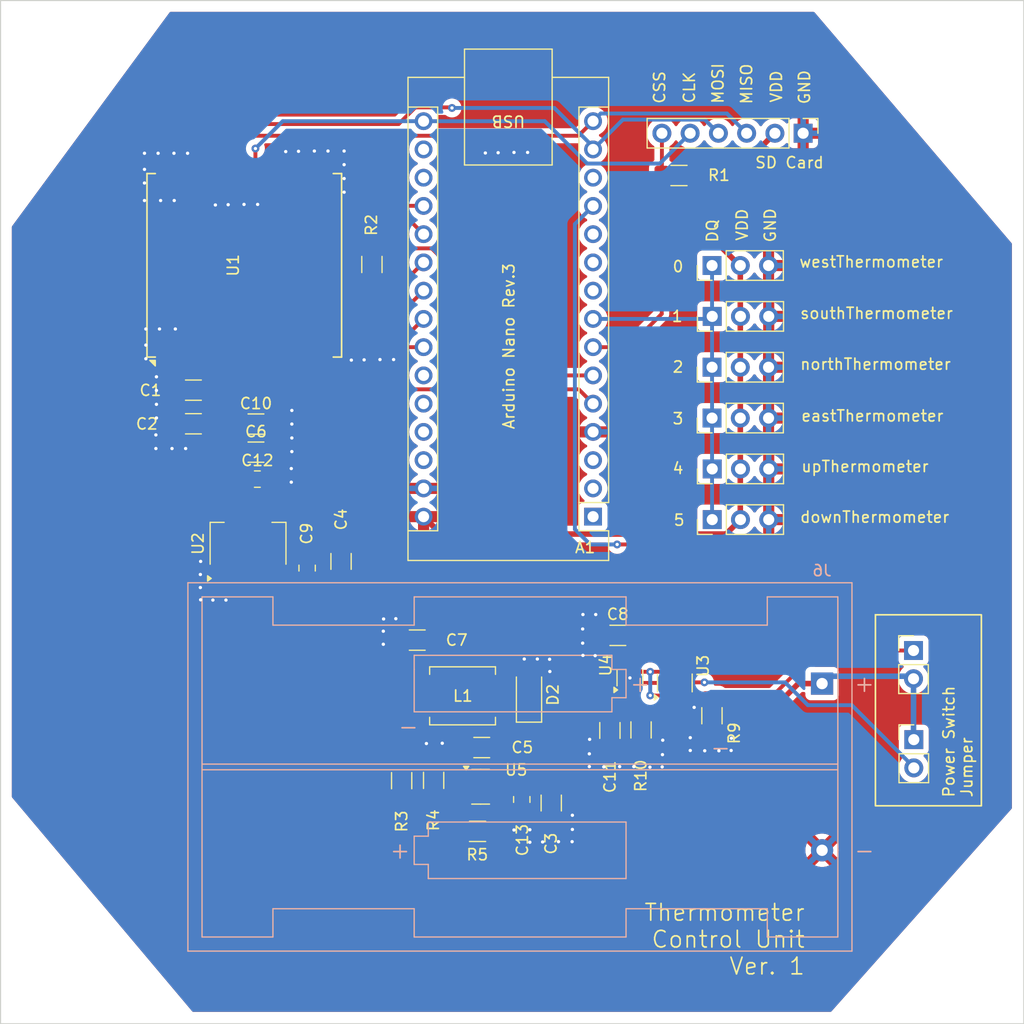
<source format=kicad_pcb>
(kicad_pcb (version 20240108) (generator "pcbnew") (generator_version "8.0")
  (layers (0 "F.Cu" signal) (31 "B.Cu" signal) (34 "B.Paste" user) (35 "F.Paste" user) (36 "B.SilkS" user "B.Silkscreen") (37 "F.SilkS" user "F.Silkscreen") (38 "B.Mask" user) (39 "F.Mask" user) (44 "Edge.Cuts" user))
  (net 0 "")
  (net 1 "/MOSI")
  (net 2 "power_done")
  (net 3 "/CSS_SD")
  (net 6 "/LORA_DIO0")
  (net 10 "/LORA_DIO3")
  (net 11 "/LORA_DIO1")
  (net 12 "/MISO")
  (net 15 "/SCK")
  (net 16 "/RESET")
  (net 19 "/LORA_DIO4")
  (net 20 "/LORA_DIO5")
  (net 21 "/VDD_5V")
  (net 22 "/DQ")
  (net 23 "/LORA_DIO2")
  (net 25 "/CSS_LORA")
  (net 27 "GND")
  (net 30 "/VDD_3V3")
  (net 31 "Net-(U5-CB)")
  (net 32 "Net-(D2-K)")
  (net 33 "Net-(U5-FB)")
  (net 34 "Net-(U5-~{SHDN})")
  (net 35 "Net-(JP5-A)")
  (net 36 "Net-(JP6-B)")
  (net 37 "VBAT")
  (net 39 "Net-(J6-Pin_1)")
  (footprint "Resistor_SMD:R_1206_3216Metric_Pad1.30x1.75mm_HandSolder" (layer "F.Cu") (at 113.924 127.5895 90)
    (property "Reference" "R3")
    (property "Value" "54.9k")
  )
  (footprint "Capacitor_SMD:C_1206_3216Metric_Pad1.33x1.80mm_HandSolder" (layer "F.Cu") (at 127.374 129.602 -90)
    (property "Reference" "C3")
    (property "Value" "2.2uF/25V")
  )
  (footprint "Connector_PinHeader_2.54mm:PinHeader_1x03_P2.54mm_Vertical" (layer "F.Cu") (at 141.849 104.117 90)
    (property "Reference" "J9" (hide yes))
    (property "Value" "DS18B20" (hide yes))
  )
  (footprint "Capacitor_SMD:C_1206_3216Metric_Pad1.33x1.80mm_HandSolder" (layer "F.Cu") (at 132.649 123.077 -90)
    (property "Reference" "C11")
    (property "Value" "0.1uF")
  )
  (footprint "Capacitor_SMD:C_1206_3216Metric_Pad1.33x1.80mm_HandSolder" (layer "F.Cu") (at 121.124 124.6145)
    (property "Reference" "C5")
    (property "Value" "100nF/25V")
  )
  (footprint "Resistor_SMD:R_1206_3216Metric_Pad1.30x1.75mm_HandSolder" (layer "F.Cu") (at 120.749 132.152)
    (property "Reference" "R5")
    (property "Value" "100k")
  )
  (footprint "Connector_PinHeader_2.54mm:PinHeader_1x03_P2.54mm_Vertical" (layer "F.Cu") (at 141.849 85.844 90)
    (property "Reference" "J7" (hide yes))
    (property "Value" "DS18B20" (hide yes))
  )
  (footprint "Diode_SMD:D_1206_3216Metric_Pad1.42x1.75mm_HandSolder" (layer "F.Cu") (at 125.374 119.8695 90)
    (property "Reference" "D2")
    (property "Value" "D_Zener_Filled")
  )
  (footprint "Connector_PinHeader_2.54mm:PinHeader_1x02_P2.54mm_Vertical" (layer "F.Cu") (at 159.974 123.902)
    (property "Reference" "JP6" (hide yes))
    (property "Value" "Jumper_2_Open" (hide yes))
  )
  (footprint "Package_TO_SOT_SMD:SOT-23-6" (layer "F.Cu") (at 138.4865 118.802 90)
    (property "Reference" "U3")
    (property "Value" "TPL5111")
  )
  (footprint "Connector_PinHeader_2.54mm:PinHeader_1x03_P2.54mm_Vertical" (layer "F.Cu") (at 141.834 90.416 90)
    (property "Reference" "J5" (hide yes))
    (property "Value" "DS18B20" (hide yes))
  )
  (footprint "MountingHole:MountingHole_2.2mm_M2" (layer "F.Cu") (at 80.9055 67.098 180)
    (property "Reference" "REF**" (hide yes))
    (property "Value" "MountingHole_2.2mm_M2" (hide yes))
  )
  (footprint "Resistor_SMD:R_1206_3216Metric_Pad1.30x1.75mm_HandSolder" (layer "F.Cu") (at 138.859 73.177)
    (property "Reference" "R1")
    (property "Value" "1k/16V")
  )
  (footprint "Package_TO_SOT_SMD:SOT-223-3_TabPin2" (layer "F.Cu") (at 100.1115 106.277 90)
    (property "Reference" "U2")
    (property "Value" "AZ1117-3.3")
  )
  (footprint "Capacitor_SMD:C_0805_2012Metric_Pad1.18x1.45mm_HandSolder" (layer "F.Cu") (at 105.424 108.477 90)
    (property "Reference" "C9")
    (property "Value" "1uF")
  )
  (footprint "Resistor_SMD:R_1206_3216Metric_Pad1.30x1.75mm_HandSolder" (layer "F.Cu") (at 116.799 127.5645 -90)
    (property "Reference" "R4")
    (property "Value" "10k")
  )
  (footprint "Connector_PinHeader_2.54mm:PinHeader_1x02_P2.54mm_Vertical" (layer "F.Cu") (at 159.949 115.887)
    (property "Reference" "JP5" (hide yes))
    (property "Value" "Jumper_2_Open" (hide yes))
  )
  (footprint "Connector_PinHeader_2.54mm:PinHeader_1x03_P2.54mm_Vertical" (layer "F.Cu") (at 141.834 94.988 90)
    (property "Reference" "J4" (hide yes))
    (property "Value" "DS18B20" (hide yes))
  )
  (footprint "MountingHole:MountingHole_2.2mm_M2" (layer "F.Cu") (at 166.7575 67.098 180)
    (property "Reference" "REF**" (hide yes))
    (property "Value" "MountingHole_2.2mm_M2" (hide yes))
  )
  (footprint "Connector_PinHeader_2.54mm:PinHeader_1x03_P2.54mm_Vertical" (layer "F.Cu") (at 141.834 81.272 90)
    (property "Reference" "J8" (hide yes))
    (property "Value" "DS18B20" (hide yes))
  )
  (footprint "Connector_PinHeader_2.54mm:PinHeader_1x03_P2.54mm_Vertical" (layer "F.Cu") (at 141.849 99.56 90)
    (property "Reference" "J3" (hide yes))
    (property "Value" "DS18B20" (hide yes))
  )
  (footprint "Capacitor_SMD:C_1206_3216Metric_Pad1.33x1.80mm_HandSolder" (layer "F.Cu") (at 100.824 95.527)
    (property "Reference" "C10")
    (property "Value" "22uF")
  )
  (footprint "Capacitor_SMD:C_0805_2012Metric_Pad1.18x1.45mm_HandSolder" (layer "F.Cu") (at 124.724 129.282 -90)
    (property "Reference" "C13")
    (property "Value" "1uF/25V")
  )
  (footprint "Package_TO_SOT_SMD:SOT-23-6" (layer "F.Cu") (at 121.024 128.1395)
    (property "Reference" "U5")
    (property "Value" "LV2862YDDC")
  )
  (footprint "Capacitor_SMD:C_0805_2012Metric_Pad1.18x1.45mm_HandSolder" (layer "F.Cu") (at 100.949 100.477)
    (property "Reference" "C12")
    (property "Value" "1uF")
  )
  (footprint "Resistor_SMD:R_1206_3216Metric_Pad1.30x1.75mm_HandSolder" (layer "F.Cu") (at 135.449 123.027 -90)
    (property "Reference" "R10")
    (property "Value" "100k")
  )
  (footprint "Module:Arduino_Nano" (layer "F.Cu") (at 131.134 103.852 180)
    (property "Reference" "A1")
    (property "Value" "Arduino_Nano_v2.x")
  )
  (footprint "Connector_PinHeader_2.54mm:PinHeader_1x06_P2.54mm_Vertical" (layer "F.Cu") (at 150.024 69.377 -90)
    (property "Reference" "J1" (hide yes))
    (property "Value" "microSD Reader" (hide yes))
  )
  (footprint "Package_TO_SOT_SMD:SOT-363_SC-70-6" (layer "F.Cu") (at 134.449 118.352 90)
    (property "Reference" "U4")
    (property "Value" "SiP32431DR3")
  )
  (footprint "Resistor_SMD:R_1206_3216Metric_Pad1.30x1.75mm_HandSolder" (layer "F.Cu") (at 111.249 81.177 90)
    (property "Reference" "R2")
    (property "Value" "1k/16V")
  )
  (footprint "Capacitor_SMD:C_1206_3216Metric_Pad1.33x1.80mm_HandSolder" (layer "F.Cu") (at 133.3615 114.527)
    (property "Reference" "C8")
    (property "Value" "1uF")
  )
  (footprint "Resistor_SMD:R_1206_3216Metric_Pad1.30x1.75mm_HandSolder" (layer "F.Cu") (at 141.824 121.752 90)
    (property "Reference" "R9")
    (property "Value" "57k")
  )
  (footprint "Inductor_SMD:L_Murata_LQH55DN_5.7x5.0mm" (layer "F.Cu") (at 119.399 119.9645 180)
    (property "Reference" "L1")
    (property "Value" "22uH")
  )
  (footprint "MountingHole:MountingHole_2.2mm_M2" (layer "F.Cu") (at 80.9055 140.25 180)
    (property "Reference" "REF**" (hide yes))
    (property "Value" "MountingHole_2.2mm_M2" (hide yes))
  )
  (footprint "Capacitor_SMD:C_1206_3216Metric_Pad1.33x1.80mm_HandSolder" (layer "F.Cu") (at 95.199 92.477)
    (property "Reference" "C1")
    (property "Value" "0.1uF/16V")
  )
  (footprint "Capacitor_SMD:C_1206_3216Metric_Pad1.33x1.80mm_HandSolder" (layer "F.Cu") (at 100.824 98.052)
    (property "Reference" "C6")
    (property "Value" "10uF")
  )
  (footprint "Capacitor_SMD:C_1206_3216Metric_Pad1.33x1.80mm_HandSolder" (layer "F.Cu") (at 95.199 95.502)
    (property "Reference" "C2")
    (property "Value" "1uF/16V")
  )
  (footprint "Capacitor_SMD:C_1206_3216Metric_Pad1.33x1.80mm_HandSolder" (layer "F.Cu") (at 115.324 114.952 180)
    (property "Reference" "C7")
    (property "Value" "10uF/25V")
  )
  (footprint "Capacitor_SMD:C_1206_3216Metric_Pad1.33x1.80mm_HandSolder" (layer "F.Cu") (at 108.474 107.877 90)
    (property "Reference" "C4")
    (property "Value" "10uF")
  )
  (footprint "MountingHole:MountingHole_2.2mm_M2" (layer "F.Cu") (at 166.7575 140.25 180)
    (property "Reference" "REF**" (hide yes))
    (property "Value" "MountingHole_2.2mm_M2" (hide yes))
  )
  (footprint "RF_Module:Ai-Thinker-Ra-01-LoRa" (layer "F.Cu") (at 99.774 81.252 90)
    (property "Reference" "U1")
    (property "Value" "Ai-Thinker-Ra-02")
  )
  (footprint "Battery:BatteryHolder_Keystone_2462_2xAA" (layer "B.Cu") (at 151.724 118.862 180)
    (property "Reference" "J6")
    (property "Value" "Battery")
  )
  (gr_rect (start 156.524 112.677) (end 166.049 129.852) (stroke (width 0.15)) (fill none) (layer "F.SilkS"))
  (gr_rect (start 77.8575 57.446) (end 169.8575 149.446) (stroke (width 0.1)) (fill none) (layer "Edge.Cuts"))
  (gr_text "VDD" (at 145.124 79.127 90) (layer "F.SilkS") (effects (font (size 1 1)) (justify left bottom)))
  (gr_text "SD Card" (at 145.624 72.602 0) (layer "F.SilkS") (effects (font (size 1 1)) (justify left bottom)))
  (gr_text "DQ" (at 142.449 79.277 90) (layer "F.SilkS") (effects (font (size 1 1)) (justify left bottom)))
  (gr_text "5" (at 138.299 104.752 0) (layer "F.SilkS") (effects (font (size 1 1)) (justify left bottom)))
  (gr_text "Thermometer\nControl Unit\nVer. 1" (at 150.274 145.152 0) (layer "F.SilkS") (effects (font (size 1.5 1.5)) (justify right bottom)))
  (gr_text "0" (at 138.199 81.952 0) (layer "F.SilkS") (effects (font (size 1 1)) (justify left bottom)))
  (gr_text "VDD" (at 148.199 66.702 90) (layer "F.SilkS") (effects (font (size 1 1)) (justify left bottom)))
  (gr_text "westThermometer" (at 149.599 81.527 0) (layer "F.SilkS") (effects (font (size 1 1)) (justify left bottom)))
  (gr_text "GND" (at 150.724 66.852 90) (layer "F.SilkS") (effects (font (size 1 1)) (justify left bottom)))
  (gr_text "3" (at 138.199 95.627 0) (layer "F.SilkS") (effects (font (size 1 1)) (justify left bottom)))
  (gr_text "upThermometer" (at 149.774 99.927 0) (layer "F.SilkS") (effects (font (size 1 1)) (justify left bottom)))
  (gr_text "4" (at 138.199 100.102 0) (layer "F.SilkS") (effects (font (size 1 1)) (justify left bottom)))
  (gr_text "eastThermometer" (at 149.774 95.377 0) (layer "F.SilkS") (effects (font (size 1 1)) (justify left bottom)))
  (gr_text "GND" (at 147.649 79.277 90) (layer "F.SilkS") (effects (font (size 1 1)) (justify left bottom)))
  (gr_text "southThermometer" (at 149.674 86.152 0) (layer "F.SilkS") (effects (font (size 1 1)) (justify left bottom)))
  (gr_text "CLK" (at 140.374 66.777 90) (layer "F.SilkS") (effects (font (size 1 1)) (justify left bottom)))
  (gr_text "northThermometer" (at 149.674 90.727 0) (layer "F.SilkS") (effects (font (size 1 1)) (justify left bottom)))
  (gr_text "1" (at 138.124 86.427 0) (layer "F.SilkS") (effects (font (size 1 1)) (justify left bottom)))
  (gr_text "2" (at 138.199 90.977 0) (layer "F.SilkS") (effects (font (size 1 1)) (justify left bottom)))
  (gr_text "Arduino Nano Rev.3" (at 124.149 96.077 90) (layer "F.SilkS") (effects (font (size 1 1)) (justify left bottom)))
  (gr_text "MISO" (at 145.524 66.852 90) (layer "F.SilkS") (effects (font (size 1 1)) (justify left bottom)))
  (gr_text "downThermometer" (at 149.674 104.477 0) (layer "F.SilkS") (effects (font (size 1 1)) (justify left bottom)))
  (gr_text "MOSI" (at 142.949 66.802 90) (layer "F.SilkS") (effects (font (size 1 1)) (justify left bottom)))
  (gr_text "CSS" (at 137.699 66.802 90) (layer "F.SilkS") (effects (font (size 1 1)) (justify left bottom)))
  (gr_text "Power Switch\nJumper" (at 165.324 129.177 90) (layer "F.SilkS") (effects (font (size 1 1)) (justify left bottom)))
  (segment (start 118.399 67.052) (end 115.149 67.052) (width 0.35) (layer "F.Cu") (net 1))
  (segment (start 115.149 67.052) (end 113.649 68.552) (width 0.35) (layer "F.Cu") (net 1))
  (segment (start 97.224 72.802) (end 96.774 73.252) (width 0.35) (layer "F.Cu") (net 1))
  (segment (start 118.449 67.102) (end 118.399 67.052) (width 0.35) (layer "F.Cu") (net 1))
  (segment (start 99.224 68.552) (end 97.224 70.552) (width 0.35) (layer "F.Cu") (net 1))
  (segment (start 113.649 68.552) (end 99.224 68.552) (width 0.35) (layer "F.Cu") (net 1))
  (segment (start 97.224 70.552) (end 97.224 72.802) (width 0.35) (layer "F.Cu") (net 1))
  (via (at 118.449 67.102) (size 0.7) (drill 0.3) (layers "F.Cu" "B.Cu") (net 1))
  (segment (start 127.649 67.102) (end 131.134 70.587) (width 0.35) (layer "B.Cu") (net 1))
  (segment (start 141.179 68.152) (end 133.814 68.152) (width 0.35) (layer "B.Cu") (net 1))
  (segment (start 118.449 67.102) (end 127.649 67.102) (width 0.35) (layer "B.Cu") (net 1))
  (segment (start 131.134 70.587) (end 131.134 70.832) (width 0.35) (layer "B.Cu") (net 1))
  (segment (start 133.814 68.152) (end 131.134 70.832) (width 0.35) (layer "B.Cu") (net 1))
  (segment (start 142.404 69.377) (end 141.179 68.152) (width 0.35) (layer "B.Cu") (net 1))
  (segment (start 137.649 106.352) (end 139.4365 108.1395) (width 0.35) (layer "F.Cu") (net 2))
  (segment (start 133.299 106.352) (end 137.649 106.352) (width 0.35) (layer "F.Cu") (net 2))
  (segment (start 139.4365 108.1395) (end 139.4365 117.6645) (width 0.35) (layer "F.Cu") (net 2))
  (via (at 133.299 106.352) (size 0.7) (drill 0.3) (layers "F.Cu" "B.Cu") (net 2))
  (segment (start 131.134 75.912) (end 129.499 77.547) (width 0.35) (layer "B.Cu") (net 2))
  (segment (start 130.874 106.352) (end 133.299 106.352) (width 0.35) (layer "B.Cu") (net 2))
  (segment (start 129.499 104.977) (end 130.874 106.352) (width 0.35) (layer "B.Cu") (net 2))
  (segment (start 129.499 77.547) (end 129.499 104.977) (width 0.35) (layer "B.Cu") (net 2))
  (segment (start 137.309 85.617) (end 137.309 73.177) (width 0.35) (layer "F.Cu") (net 3))
  (segment (start 137.324 73.162) (end 137.309 73.177) (width 0.35) (layer "F.Cu") (net 3))
  (segment (start 131.134 88.612) (end 134.314 88.612) (width 0.35) (layer "F.Cu") (net 3))
  (segment (start 134.314 88.612) (end 137.309 85.617) (width 0.35) (layer "F.Cu") (net 3))
  (segment (start 137.324 69.377) (end 137.324 73.162) (width 0.35) (layer "F.Cu") (net 3))
  (segment (start 104.474 85.227) (end 100.774 88.927) (width 0.35) (layer "F.Cu") (net 6))
  (segment (start 112.499 85.227) (end 104.474 85.227) (width 0.35) (layer "F.Cu") (net 6))
  (segment (start 114.424 83.302) (end 112.499 85.227) (width 0.35) (layer "F.Cu") (net 6))
  (segment (start 100.774 88.927) (end 100.774 89.252) (width 0.35) (layer "F.Cu") (net 6))
  (segment (start 114.424 82.462) (end 114.424 83.302) (width 0.35) (layer "F.Cu") (net 6))
  (segment (start 115.894 80.992) (end 114.424 82.462) (width 0.35) (layer "F.Cu") (net 6))
  (segment (start 115.894 88.612) (end 107.414 88.612) (width 0.35) (layer "F.Cu") (net 10))
  (segment (start 107.414 88.612) (end 106.774 89.252) (width 0.35) (layer "F.Cu") (net 10))
  (segment (start 115.894 83.532) (end 113.149 86.277) (width 0.35) (layer "F.Cu") (net 11))
  (segment (start 102.774 88.927) (end 102.774 89.252) (width 0.35) (layer "F.Cu") (net 11))
  (segment (start 113.149 86.277) (end 105.424 86.277) (width 0.35) (layer "F.Cu") (net 11))
  (segment (start 105.424 86.277) (end 102.774 88.927) (width 0.35) (layer "F.Cu") (net 11))
  (segment (start 99.599 69.602) (end 98.249 70.952) (width 0.35) (layer "F.Cu") (net 12))
  (segment (start 98.249 70.952) (end 98.249 72.727) (width 0.35) (layer "F.Cu") (net 12))
  (segment (start 131.134 68.292) (end 129.824 69.602) (width 0.35) (layer "F.Cu") (net 12))
  (segment (start 129.824 69.602) (end 99.599 69.602) (width 0.35) (layer "F.Cu") (net 12))
  (segment (start 98.249 72.727) (end 98.774 73.252) (width 0.35) (layer "F.Cu") (net 12))
  (segment (start 131.824 67.602) (end 131.134 68.292) (width 0.35) (layer "B.Cu") (net 12))
  (segment (start 144.944 69.377) (end 143.169 67.602) (width 0.35) (layer "B.Cu") (net 12))
  (segment (start 143.169 67.602) (end 131.824 67.602) (width 0.35) (layer "B.Cu") (net 12))
  (segment (start 100.774 70.752) (end 100.774 73.252) (width 0.35) (layer "F.Cu") (net 15))
  (via (at 100.774 70.752) (size 0.7) (drill 0.3) (layers "F.Cu" "B.Cu") (net 15))
  (segment (start 137.139 72.102) (end 130.599 72.102) (width 0.35) (layer "B.Cu") (net 15))
  (segment (start 139.864 69.377) (end 137.139 72.102) (width 0.35) (layer "B.Cu") (net 15))
  (segment (start 130.599 72.102) (end 126.789 68.292) (width 0.35) (layer "B.Cu") (net 15))
  (segment (start 115.894 68.292) (end 103.234 68.292) (width 0.35) (layer "B.Cu") (net 15))
  (segment (start 103.234 68.292) (end 100.774 70.752) (width 0.35) (layer "B.Cu") (net 15))
  (segment (start 126.789 68.292) (end 115.894 68.292) (width 0.35) (layer "B.Cu") (net 15))
  (segment (start 98.774 89.252) (end 99.299 89.777) (width 0.35) (layer "F.Cu") (net 16))
  (segment (start 129.844 92.402) (end 131.134 93.692) (width 0.35) (layer "F.Cu") (net 16))
  (segment (start 99.299 91.327) (end 100.374 92.402) (width 0.35) (layer "F.Cu") (net 16))
  (segment (start 100.374 92.402) (end 129.844 92.402) (width 0.35) (layer "F.Cu") (net 16))
  (segment (start 99.299 89.777) (end 99.299 91.327) (width 0.35) (layer "F.Cu") (net 16))
  (segment (start 104.724 73.952) (end 104.724 75.127) (width 0.35) (layer "F.Cu") (net 19))
  (segment (start 104.724 75.127) (end 105.499 75.902) (width 0.35) (layer "F.Cu") (net 19))
  (segment (start 115.884 75.902) (end 115.894 75.912) (width 0.35) (layer "F.Cu") (net 19))
  (segment (start 105.499 75.902) (end 115.884 75.902) (width 0.35) (layer "F.Cu") (net 19))
  (segment (start 103.224 73.952) (end 103.224 75.152) (width 0.35) (layer "F.Cu") (net 20))
  (segment (start 114.269 76.827) (end 115.894 78.452) (width 0.35) (layer "F.Cu") (net 20))
  (segment (start 104.899 76.827) (end 114.269 76.827) (width 0.35) (layer "F.Cu") (net 20))
  (segment (start 115.894 78.482) (end 115.894 78.452) (width 0.35) (layer "F.Cu") (net 20))
  (segment (start 103.224 75.152) (end 104.899 76.827) (width 0.35) (layer "F.Cu") (net 20))
  (segment (start 102.724 73.952) (end 103.224 73.952) (width 0.35) (layer "F.Cu") (net 20))
  (segment (start 140.674 73.442) (end 140.409 73.177) (width 0.5) (layer "F.Cu") (net 21))
  (segment (start 144.319 81.272) (end 140.674 77.627) (width 0.5) (layer "F.Cu") (net 21))
  (segment (start 142.324 70.952) (end 140.409 72.867) (width 0.5) (layer "F.Cu") (net 21))
  (segment (start 144.374 81.272) (end 144.374 104.102) (width 0.5) (layer "F.Cu") (net 21))
  (segment (start 144.374 85.829) (end 144.389 85.844) (width 0.35) (layer "F.Cu") (net 21))
  (segment (start 144.374 99.545) (end 144.389 99.56) (width 0.35) (layer "F.Cu") (net 21))
  (segment (start 116.8865 104.9895) (end 116.8865 114.952) (width 0.5) (layer "F.Cu") (net 21))
  (segment (start 145.909 70.952) (end 142.324 70.952) (width 0.5) (layer "F.Cu") (net 21))
  (segment (start 147.484 69.377) (end 145.909 70.952) (width 0.5) (layer "F.Cu") (net 21))
  (segment (start 117.459 105.417) (end 115.894 103.852) (width 0.5) (layer "F.Cu") (net 21))
  (segment (start 144.374 104.102) (end 144.389 104.117) (width 0.5) (layer "F.Cu") (net 21))
  (segment (start 115.894 103.852) (end 116.959 104.917) (width 0.5) (layer "F.Cu") (net 21))
  (segment (start 144.389 90.401) (end 144.374 90.416) (width 0.35) (layer "F.Cu") (net 21))
  (segment (start 143.089 105.417) (end 117.459 105.417) (width 0.5) (layer "F.Cu") (net 21))
  (segment (start 140.409 73.092) (end 140.409 73.177) (width 0.35) (layer "F.Cu") (net 21))
  (segment (start 144.389 104.117) (end 143.089 105.417) (width 0.5) (layer "F.Cu") (net 21))
  (segment (start 144.374 81.272) (end 144.319 81.272) (width 0.5) (layer "F.Cu") (net 21))
  (segment (start 116.959 104.917) (end 116.8865 104.9895) (width 0.5) (layer "F.Cu") (net 21))
  (segment (start 140.674 77.627) (end 140.674 73.442) (width 0.5) (layer "F.Cu") (net 21))
  (segment (start 140.409 72.867) (end 140.409 73.177) (width 0.5) (layer "F.Cu") (net 21))
  (segment (start 144.374 94.988) (end 144.374 95.496) (width 0.35) (layer "B.Cu") (net 21))
  (segment (start 144.374 95.496) (end 144.389 95.511) (width 0.35) (layer "B.Cu") (net 21))
  (segment (start 144.374 85.829) (end 144.389 85.844) (width 0.35) (layer "B.Cu") (net 21))
  (segment (start 144.389 90.401) (end 144.374 90.416) (width 0.35) (layer "B.Cu") (net 21))
  (segment (start 141.834 85.829) (end 141.849 85.844) (width 0.35) (layer "F.Cu") (net 22))
  (segment (start 141.849 90.401) (end 141.834 90.416) (width 0.35) (layer "F.Cu") (net 22))
  (segment (start 141.834 99.545) (end 141.849 99.56) (width 0.35) (layer "F.Cu") (net 22))
  (segment (start 131.134 86.072) (end 141.621 86.072) (width 0.35) (layer "B.Cu") (net 22))
  (segment (start 141.834 104.102) (end 141.849 104.117) (width 0.35) (layer "B.Cu") (net 22))
  (segment (start 141.621 86.072) (end 141.849 85.844) (width 0.35) (layer "B.Cu") (net 22))
  (segment (start 141.834 81.272) (end 141.834 104.102) (width 0.35) (layer "B.Cu") (net 22))
  (segment (start 114.414 87.552) (end 106.124 87.552) (width 0.35) (layer "F.Cu") (net 23))
  (segment (start 104.774 88.902) (end 104.774 89.252) (width 0.35) (layer "F.Cu") (net 23))
  (segment (start 106.124 87.552) (end 104.774 88.902) (width 0.35) (layer "F.Cu") (net 23))
  (segment (start 115.894 86.072) (end 114.414 87.552) (width 0.35) (layer "F.Cu") (net 23))
  (segment (start 94.749 73.227) (end 94.774 73.252) (width 0.35) (layer "F.Cu") (net 25))
  (segment (start 117.374 80.477) (end 117.374 89.477) (width 0.35) (layer "F.Cu") (net 25))
  (segment (start 97.549 79.727) (end 116.624 79.727) (width 0.35) (layer "F.Cu") (net 25))
  (segment (start 116.624 79.727) (end 117.374 80.477) (width 0.35) (layer "F.Cu") (net 25))
  (segment (start 119.049 91.152) (end 131.134 91.152) (width 0.35) (layer "F.Cu") (net 25))
  (segment (start 94.774 73.252) (end 95.249 73.727) (width 0.35) (layer "F.Cu") (net 25))
  (segment (start 95.249 73.727) (end 95.249 77.427) (width 0.35) (layer "F.Cu") (net 25))
  (segment (start 117.374 89.477) (end 119.049 91.152) (width 0.35) (layer "F.Cu") (net 25))
  (segment (start 95.249 77.427) (end 97.549 79.727) (width 0.35) (layer "F.Cu") (net 25))
  (segment (start 134.449 119.302) (end 134.449 118.352) (width 0.35) (layer "F.Cu") (net 27))
  (segment (start 138.4865 120.7645) (end 138.4865 119.9395) (width 0.5) (layer "F.Cu") (net 27))
  (segment (start 140.224 121.002) (end 140.174 121.052) (width 0.5) (layer "F.Cu") (net 27))
  (segment (start 140.174 121.052) (end 138.774 121.052) (width 0.5) (layer "F.Cu") (net 27))
  (segment (start 119.8865 128.1395) (end 118.949 128.1395) (width 0.5) (layer "F.Cu") (net 27))
  (segment (start 138.774 121.052) (end 138.4865 120.7645) (width 0.5) (layer "F.Cu") (net 27))
  (segment (start 118.949 128.1395) (end 116.824 126.0145) (width 0.5) (layer "F.Cu") (net 27))
  (segment (start 116.824 126.0145) (end 116.799 126.0145) (width 0.5) (layer "F.Cu") (net 27))
  (segment (start 134.449 118.352) (end 134.449 117.402) (width 0.35) (layer "F.Cu") (net 27))
  (via (at 137.349 126.352) (size 0.7) (drill 0.3) (layers "F.Cu" "B.Cu") (net 27))
  (via (at 133.524 126.327) (size 0.7) (drill 0.3) (layers "F.Cu" "B.Cu") (net 27))
  (via (at 109.399 89.777) (size 0.7) (drill 0.3) (layers "F.Cu" "B.Cu") (net 27))
  (via (at 141.174 124.902) (size 0.7) (drill 0.3) (layers "F.Cu" "B.Cu") (net 27))
  (via (at 113.199 89.727) (size 0.7) (drill 0.3) (layers "F.Cu" "B.Cu") (net 27))
  (via (at 112.274 115.327) (size 0.7) (drill 0.3) (layers "F.Cu" "B.Cu") (net 27))
  (via (at 113.399 113.027) (size 0.7) (drill 0.3) (layers "F.Cu" "B.Cu") (net 27))
  (via (at 125.449 133.127) (size 0.7) (drill 0.3) (layers "F.Cu" "B.Cu") (net 27))
  (via (at 104.049 96.777) (size 0.7) (drill 0.3) (layers "F.Cu" "B.Cu") (net 27))
  (via (at 110.549 89.752) (size 0.7) (drill 0.3) (layers "F.Cu" "B.Cu") (net 27))
  (via (at 131.324 116.352) (size 0.7) (drill 0.3) (layers "F.Cu" "B.Cu") (net 27))
  (via (at 130.199 115.227) (size 0.7) (drill 0.3) (layers "F.Cu" "B.Cu") (net 27))
  (via (at 130.199 113.952) (size 0.7) (drill 0.3) (layers "F.Cu" "B.Cu") (net 27))
  (via (at 128.024 133.077) (size 0.7) (drill 0.3) (layers "F.Cu" "B.Cu") (net 27))
  (via (at 127.249 117.777) (size 0.7) (drill 0.3) (layers "F.Cu" "B.Cu") (net 27))
  (via (at 92.249 75.427) (size 0.7) (drill 0.3) (layers "F.Cu" "B.Cu") (net 27))
  (via (at 126.599 133.102) (size 0.7) (drill 0.3) (layers "F.Cu" "B.Cu") (net 27))
  (via (at 98.324 75.802) (size 0.7) (drill 0.3) (layers "F.Cu" "B.Cu") (net 27))
  (via (at 95.824 109.052) (size 0.7) (drill 0.3) (layers "F.Cu" "B.Cu") (net 27))
  (via (at 106.074 70.977) (size 0.7) (drill 0.3) (layers "F.Cu" "B.Cu") (net 27))
  (via (at 132.099 126.352) (size 0.7) (drill 0.3) (layers "F.Cu" "B.Cu") (net 27))
  (via (at 99.749 75.777) (size 0.7) (drill 0.3) (layers "F.Cu" "B.Cu") (net 27))
  (via (at 130.824 123.877) (size 0.7) (drill 0.3) (layers "F.Cu" "B.Cu") (net 27))
  (via (at 124.949 116.652) (size 0.7) (drill 0.3) (layers "F.Cu" "B.Cu") (net 27))
  (via (at 104.049 94.302) (size 0.7) (drill 0.3) (layers "F.Cu" "B.Cu") (net 27))
  (via (at 93.574 86.977) (size 0.7) (drill 0.3) (layers "F.Cu" "B.Cu") (net 27))
  (via (at 130.224 112.652) (size 0.7) (drill 0.3) (layers "F.Cu" "B.Cu") (net 27))
  (via (at 143.549 124.877) (size 0.7) (drill 0.3) (layers "F.Cu" "B.Cu") (net 27))
  (via (at 97.174 75.827) (size 0.7) (drill 0.3) (layers "F.Cu" "B.Cu") (net 27))
  (via (at 129.274 131.977) (size 0.7) (drill 0.3) (layers "F.Cu" "B.Cu") (net 27))
  (via (at 143.574 123.777) (size 0.7) (drill 0.3) (layers "F.Cu" "B.Cu") (net 27))
  (via (at 129.274 130.702) (size 0.7) (drill 0.3) (layers "F.Cu" "B.Cu") (net 27))
  (via (at 142.449 124.902) (size 0.7) (drill 0.3) (layers "F.Cu" "B.Cu") (net 27))
  (via (at 125.249 71.102) (size 0.7) (drill 0.3) (layers "F.Cu" "B.Cu") (net 27))
  (via (at 112.274 114.152) (size 0.7) (drill 0.3) (layers "F.Cu" "B.Cu") (net 27))
  (via (at 96.949 111.352) (size 0.7) (drill 0.3) (layers "F.Cu" "B.Cu") (net 27))
  (via (at 90.924 88.427) (size 0.7) (drill 0.3) (layers "F.Cu" "B.Cu") (net 27))
  (via (at 92.024 71.177) (size 0.7) (drill 0.3) (layers "F.Cu" "B.Cu") (net 27))
  (via (at 90.799 73.852) (size 0.7) (drill 0.3) (layers "F.Cu" "B.Cu") (net 27))
  (via (at 103.999 99.527) (size 0.7) (drill 0.3) (layers "F.Cu" "B.Cu") (net 27))
  (via (at 137.374 125.252) (size 0.7) (drill 0.3) (layers "F.Cu" "B.Cu") (net 27))
  (via (at 90.924 89.652) (size 0.7) (drill 0.3) (layers "F.Cu" "B.Cu") (net 27))
  (via (at 112.299 113.052) (size 0.7) (drill 0.3) (layers "F.Cu" "B.Cu") (net 27))
  (via (at 95.849 107.877) (size 0.7) (drill 0.3) (layers "F.Cu" "B.Cu") (net 27))
  (via (at 95.849 111.327) (size 0.7) (drill 0.3) (layers "F.Cu" "B.Cu") (net 27))
  (via (at 93.449 71.177) (size 0.7) (drill 0.3) (layers "F.Cu" "B.Cu") (net 27))
  (via (at 124.024 132.027) (size 0.7) (drill 0.3) (layers "F.Cu" "B.Cu") (net 27))
  (via (at 108.749 74.677) (size 0.7) (drill 0.3) (layers "F.Cu" "B.Cu") (net 27))
  (via (at 94.499 97.727) (size 0.7) (drill 0.3) (layers "F.Cu" "B.Cu") (net 27))
  (via (at 122.599 71.127) (size 0.7) (drill 0.3) (layers "F.Cu" "B.Cu") (net 27))
  (via (at 98.124 111.352) (size 0.7) (drill 0.3) (layers "F.Cu" "B.Cu") (net 27))
  (via (at 103.999 100.752) (size 0.7) (drill 0.3) (layers "F.Cu" "B.Cu") (net 27))
  (via (at 90.924 86.977) (size 0.7) (drill 0.3) (layers "F.Cu" "B.Cu") (net 27))
  (via (at 100.974 75.777) (size 0.7) (drill 0.3) (layers "F.Cu" "B.Cu") (net 27))
  (via (at 91.874 93.752) (size 0.7) (drill 0.3) (layers "F.Cu" "B.Cu") (net 27))
  (via (at 130.799 126.327) (size 0.7) (drill 0.3) (layers "F.Cu" "B.Cu") (net 27))
  (via (at 104.049 98.002) (size 0.7) (drill 0.3) (layers "F.Cu" "B.Cu") (net 27))
  (via (at 140.224 121.002) (size 0.7) (drill 0.3) (layers "F.Cu" "B.Cu") (net 27))
  (via (at 134.449 118.352) (size 0.7) (drill 0.3) (layers "F.Cu" "B.Cu") (net 27))
  (via (at 121.449 71.152) (size 0.7) (drill 0.3) (layers "F.Cu" "B.Cu") (net 27))
  (via (at 137.399 123.952) (size 0.7) (drill 0.3) (layers "F.Cu" "B.Cu") (net 27))
  (via (at 139.874 123.727) (size 0.7) (drill 0.3) (layers "F.Cu" "B.Cu") (net 27))
  (via (at 93.474 75.427) (size 0.7) (drill 0.3) (layers "F.Cu" "B.Cu") (net 27))
  (via (at 104.649 71.002) (size 0.7) (drill 0.3) (layers "F.Cu" "B.Cu") (net 27))
  (via (at 129.249 133.077) (size 0.7) (drill 0.3) (layers "F.Cu" "B.Cu") (net 27))
  (via (at 90.799 75.427) (size 0.7) (drill 0.3) (layers "F.Cu" "B.Cu") (net 27))
  (via (at 130.224 116.327) (size 0.7) (drill 0.3) (layers "F.Cu" "B.Cu") (net 27))
  (via (at 108.749 73.452) (size 0.7) (drill 0.3) (layers "F.Cu" "B.Cu") (net 27))
  (via (at 126.124 116.652) (size 0.7) (drill 0.3) (layers "F.Cu" "B.Cu") (net 27))
  (via (at 91.824 97.727) (size 0.7) (drill 0.3) (layers "F.Cu" "B.Cu") (net 27))
  (via (at 104.049 95.527) (size 0.7) (drill 0.3) (layers "F.Cu" "B.Cu") (net 27))
  (via (at 90.799 72.627) (size 0.7) (drill 0.3) (layers "F.Cu" "B.Cu") (net 27))
  (via (at 108.749 72.202) (size 0.7) (drill 0.3) (layers "F.Cu" "B.Cu") (net 27))
  (via (at 130.799 125.177) (size 0.7) (drill 0.3) (layers "F.Cu" "B.Cu") (net 27))
  (via (at 95.824 110.227) (size 0.7) (drill 0.3) (layers "F.Cu" "B.Cu") (net 27))
  (via (at 93.274 97.727) (size 0.7) (drill 0.3) (layers "F.Cu" "B.Cu") (net 27))
  (via (at 116.149 124.252) (size 0.7) (drill 0.3) (layers "F.Cu" "B.Cu") (net 27))
  (via (at 111.974 89.727) (size 0.7) (drill 0.3) (layers "F.Cu" "B.Cu") (net 27))
  (via (at 108.749 70.977) (size 0.7) (drill 0.3) (layers "F.Cu" "B.Cu") (net 27))
  (via (at 125.449 132.002) (size 0.7) (drill 0.3) (layers "F.Cu" "B.Cu") (net 27))
  (via (at 91.874 92.502) (size 0.7) (drill 0.3) (layers "F.Cu" "B.Cu") (net 27))
  (via (at 92.149 86.977) (size 0.7) (drill 0.3) (layers "F.Cu" "B.Cu") (net 27))
  (via (at 127.224 116.677) (size 0.7) (drill 0.3) (layers "F.Cu" "B.Cu") (net 27))
  (via (at 124.024 71.102) (size 0.7) (drill 0.3) (layers "F.Cu" "B.Cu") (net 27))
  (via (at 136.249 126.377) (size 0.7) (drill 0.3) (layers "F.Cu" "B.Cu") (net 27))
  (via (at 91.874 94.977) (size 0.7) (drill 0.3) (layers "F.Cu" "B.Cu") (net 27))
  (via (at 91.824 96.502) (size 0.7) (drill 0.3) (layers "F.Cu" "B.Cu") (net 27))
  (via (at 134.799 126.327) (size 0.7) (drill 0.3) (layers "F.Cu" "B.Cu") (net 27))
  (via (at 117.574 124.227) (size 0.7) (drill 0.3) (layers "F.Cu" "B.Cu") (net 27))
  (via (at 94.674 71.177) (size 0.7) (drill 0.3) (layers "F.Cu" "B.Cu") (net 27))
  (via (at 90.799 71.177) (size 0.7) (drill 0.3) (layers "F.Cu" "B.Cu") (net 27))
  (via (at 139.874 124.877) (size 0.7) (drill 0.3) (layers "F.Cu" "B.Cu") (net 27))
  (via (at 91.874 91.277) (size 0.7) (drill 0.3) (layers "F.Cu" "B.Cu") (net 27))
  (via (at 107.299 70.977) (size 0.7) (drill 0.3) (layers "F.Cu" "B.Cu") (net 27))
  (via (at 131.374 112.652) (size 0.7) (drill 0.3) (layers "F.Cu" "B.Cu") (net 27))
  (via (at 103.499 71.027) (size 0.7) (drill 0.3) (layers "F.Cu" "B.Cu") (net 27))
  (segment (start 97.824 86.877) (end 100.474 86.877) (width 0.5) (layer "F.Cu") (net 30))
  (segment (start 96.774 87.927) (end 97.824 86.877) (width 0.5) (layer "F.Cu") (net 30))
  (segment (start 100.474 86.877) (end 104.299 83.052) (width 0.5) (layer "F.Cu") (net 30))
  (segment (start 96.774 89.252) (end 96.774 87.927) (width 0.5) (layer "F.Cu") (net 30))
  (segment (start 110.924 83.052) (end 111.249 82.727) (width 0.5) (layer "F.Cu") (net 30))
  (segment (start 96.774 89.252) (end 96.774 92.4645) (width 0.5) (layer "F.Cu") (net 30))
  (segment (start 96.774 92.4645) (end 96.7615 92.477) (width 0.5) (layer "F.Cu") (net 30))
  (segment (start 104.299 83.052) (end 110.924 83.052) (width 0.5) (layer "F.Cu") (net 30))
  (segment (start 96.7615 92.477) (end 96.7615 95.502) (width 0.5) (layer "F.Cu") (net 30))
  (segment (start 119.924 124.902) (end 119.6365 124.6145) (width 0.5) (layer "F.Cu") (net 31))
  (segment (start 119.924 127.152) (end 119.924 124.902) (width 0.5) (layer "F.Cu") (net 31))
  (segment (start 119.8865 127.1895) (end 119.924 127.152) (width 0.5) (layer "F.Cu") (net 31))
  (segment (start 122.324 125.052) (end 122.7615 124.6145) (width 0.5) (layer "F.Cu") (net 32))
  (segment (start 122.6865 120.8185) (end 123.225 121.357) (width 0.5) (layer "F.Cu") (net 32))
  (segment (start 123.225 121.357) (end 125.374 121.357) (width 0.5) (layer "F.Cu") (net 32))
  (segment (start 122.324 127.027) (end 122.324 125.052) (width 0.5) (layer "F.Cu") (net 32))
  (segment (start 120.974 120.8895) (end 121.899 119.9645) (width 0.5) (layer "F.Cu") (net 32))
  (segment (start 122.1615 127.1895) (end 122.324 127.027) (width 0.5) (layer "F.Cu") (net 32))
  (segment (start 122.6865 124.6145) (end 122.6865 120.8185) (width 0.5) (layer "F.Cu") (net 32))
  (segment (start 113.949 129.1145) (end 113.924 129.1395) (width 0.5) (layer "F.Cu") (net 33))
  (segment (start 119.8865 129.0895) (end 116.824 129.0895) (width 0.5) (layer "F.Cu") (net 33))
  (segment (start 116.824 129.0895) (end 116.799 129.1145) (width 0.5) (layer "F.Cu") (net 33))
  (segment (start 116.799 129.1145) (end 113.949 129.1145) (width 0.5) (layer "F.Cu") (net 33))
  (segment (start 122.299 129.227) (end 122.1615 129.0895) (width 0.5) (layer "F.Cu") (net 34))
  (segment (start 122.1615 129.0895) (end 122.374 129.0895) (width 0.5) (layer "F.Cu") (net 34))
  (segment (start 122.299 132.152) (end 122.299 129.227) (width 0.5) (layer "F.Cu") (net 34))
  (segment (start 151.364 115.887) (end 147.3115 119.9395) (width 0.35) (layer "F.Cu") (net 35))
  (segment (start 147.3115 119.9395) (end 139.4365 119.9395) (width 0.35) (layer "F.Cu") (net 35))
  (segment (start 159.949 115.887) (end 151.364 115.887) (width 0.35) (layer "F.Cu") (net 35))
  (segment (start 141.149 118.752) (end 139.114882 118.752) (width 0.35) (layer "F.Cu") (net 36))
  (segment (start 139.114882 118.752) (end 138.4865 118.123618) (width 0.35) (layer "F.Cu") (net 36))
  (segment (start 138.4865 118.123618) (end 138.4865 117.6645) (width 0.35) (layer "F.Cu") (net 36))
  (segment (start 137.808118 118.802) (end 135.599 118.802) (width 0.35) (layer "F.Cu") (net 36))
  (segment (start 135.099 119.302) (end 135.099 121.127) (width 0.35) (layer "F.Cu") (net 36))
  (segment (start 135.599 118.802) (end 135.099 119.302) (width 0.35) (layer "F.Cu") (net 36))
  (segment (start 138.4865 118.123618) (end 137.808118 118.802) (width 0.35) (layer "F.Cu") (net 36))
  (segment (start 135.099 121.127) (end 135.449 121.477) (width 0.35) (layer "F.Cu") (net 36))
  (via (at 141.149 118.752) (size 0.7) (drill 0.3) (layers "F.Cu" "B.Cu") (net 36))
  (segment (start 154.399 120.802) (end 159.974 126.377) (width 0.35) (layer "B.Cu") (net 36))
  (segment (start 141.149 118.752) (end 148.399 118.752) (width 0.35) (layer "B.Cu") (net 36))
  (segment (start 150.449 120.802) (end 154.399 120.802) (width 0.35) (layer "B.Cu") (net 36))
  (segment (start 148.399 118.752) (end 150.449 120.802) (width 0.35) (layer "B.Cu") (net 36))
  (segment (start 159.974 126.377) (end 159.974 126.442) (width 0.35) (layer "B.Cu") (net 36))
  (segment (start 121.024 128.711816) (end 121.596316 128.1395) (width 0.5) (layer "F.Cu") (net 37))
  (segment (start 122.1615 128.1395) (end 124.3115 128.1395) (width 0.5) (layer "F.Cu") (net 37))
  (segment (start 133.799 119.302) (end 133.799 120.3645) (width 0.5) (layer "F.Cu") (net 37))
  (segment (start 127.169 128.2445) (end 127.374 128.0395) (width 0.5) (layer "F.Cu") (net 37))
  (segment (start 133.799 120.3645) (end 132.649 121.5145) (width 0.5) (layer "F.Cu") (net 37))
  (segment (start 121.024 130.327) (end 121.024 128.711816) (width 0.5) (layer "F.Cu") (net 37))
  (segment (start 124.724 128.2445) (end 127.169 128.2445) (width 0.5) (layer "F.Cu") (net 37))
  (segment (start 119.199 132.152) (end 121.024 130.327) (width 0.5) (layer "F.Cu") (net 37))
  (segment (start 132.649 121.5145) (end 129.2115 121.5145) (width 0.5) (layer "F.Cu") (net 37))
  (segment (start 127.374 123.352) (end 127.374 128.0395) (width 0.5) (layer "F.Cu") (net 37))
  (segment (start 124.3115 128.1395) (end 124.749 128.577) (width 0.5) (layer "F.Cu") (net 37))
  (segment (start 129.2115 121.5145) (end 127.374 123.352) (width 0.5) (layer "F.Cu") (net 37))
  (segment (start 121.596316 128.1395) (end 122.1615 128.1395) (width 0.5) (layer "F.Cu") (net 37))
  (segment (start 136.2865 119.9395) (end 136.274 119.927) (width 0.35) (layer "F.Cu") (net 39))
  (segment (start 137.5365 121.0895) (end 137.5365 119.9395) (width 0.5) (layer "F.Cu") (net 39))
  (segment (start 135.099 117.427) (end 135.474 117.802) (width 0.35) (layer "F.Cu") (net 39))
  (segment (start 135.474 117.802) (end 136.274 117.802) (width 0.35) (layer "F.Cu") (net 39))
  (segment (start 147.749 120.702) (end 143.574 120.702) (width 0.5) (layer "F.Cu") (net 39))
  (segment (start 143.574 120.702) (end 142.474 121.802) (width 0.5) (layer "F.Cu") (net 39))
  (segment (start 151.724 118.862) (end 149.589 118.862) (width 0.5) (layer "F.Cu") (net 39))
  (segment (start 137.399 117.802) (end 137.5365 117.6645) (width 0.35) (layer "F.Cu") (net 39))
  (segment (start 135.099 114.702) (end 134.924 114.527) (width 0.35) (layer "F.Cu") (net 39))
  (segment (start 149.589 118.862) (end 147.749 120.702) (width 0.5) (layer "F.Cu") (net 39))
  (segment (start 137.5365 119.9395) (end 136.2865 119.9395) (width 0.35) (layer "F.Cu") (net 39))
  (segment (start 142.474 121.802) (end 138.249 121.802) (width 0.5) (layer "F.Cu") (net 39))
  (segment (start 135.099 117.402) (end 135.099 117.427) (width 0.35) (layer "F.Cu") (net 39))
  (segment (start 138.249 121.802) (end 137.5365 121.0895) (width 0.5) (layer "F.Cu") (net 39))
  (segment (start 135.099 117.402) (end 135.099 114.702) (width 0.35) (layer "F.Cu") (net 39))
  (segment (start 136.274 117.802) (end 137.399 117.802) (width 0.35) (layer "F.Cu") (net 39))
  (via (at 136.274 119.927) (size 0.7) (drill 0.3) (layers "F.Cu" "B.Cu") (net 39))
  (via (at 136.274 117.802) (size 0.7) (drill 0.3) (layers "F.Cu" "B.Cu") (net 39))
  (segment (start 159.949 123.802) (end 159.949 118.427) (width 0.5) (layer "B.Cu") (net 39))
  (segment (start 136.274 119.927) (end 136.274 117.802) (width 0.35) (layer "B.Cu") (net 39))
  (segment (start 160.049 123.902) (end 159.949 123.802) (width 0.5) (layer "B.Cu") (net 39))
  (segment (start 151.724 118.862) (end 152.384 118.202) (width 0.5) (layer "B.Cu") (net 39))
  (segment (start 159.724 118.202) (end 159.949 118.427) (width 0.5) (layer "B.Cu") (net 39))
  (segment (start 152.384 118.202) (end 159.724 118.202) (width 0.5) (layer "B.Cu") (net 39))
  (zone (net 21) (net_name "/VDD_5V") (layer "F.Cu") (priority 2) (connect_pads (clearance 0.5)) (min_thickness 0.25) (fill yes (thermal_gap 0.5) (thermal_bridge_width 1))
    (polygon (pts (xy 113.924 127.5895) (xy 114.999 127.577) (xy 115.474 127.077) (xy 115.474 122.752) (xy 119.249 122.752) (xy 119.249 110.552) (xy 115.324 110.552) (xy 115.324 114.952) (xy 115.324 116.477) (xy 112.174 116.477) (xy 112.174 127.602)))
  )
  (zone (net 30) (net_name "/VDD_3V3") (layer "F.Cu") (priority 6) (connect_pads (clearance 0.5)) (min_thickness 0.25) (fill yes (thermal_gap 0.5) (thermal_bridge_width 1))
    (polygon (pts (xy 100.824 99.227) (xy 101.024 99.527) (xy 101.024 101.502) (xy 103.124 101.502) (xy 103.699 102.227) (xy 103.699 107.077) (xy 103.324 107.677) (xy 101.274 107.677) (xy 101.274 111.427) (xy 98.899 111.427) (xy 98.899 108.102) (xy 98.274 107.627) (xy 96.824 107.627) (xy 96.824 102.002) (xy 97.399 101.327) (xy 97.399 97.552) (xy 95.674 97.552) (xy 95.224 96.977) (xy 95.199 95.502) (xy 95.199 91.277) (xy 98.049 91.277) (xy 100.824 93.877)))
  )
  (zone (net 32) (net_name "Net-(D2-K)") (layer "F.Cu") (priority 3) (connect_pads (clearance 0.5)) (min_thickness 0.25) (fill yes (thermal_gap 0.5) (thermal_bridge_width 1))
    (polygon (pts (xy 119.649 122.727) (xy 120.199 122.752) (xy 120.974 123.777) (xy 120.974 126.377) (xy 124.899 126.377) (xy 126.749 125.102) (xy 126.749 119.827) (xy 123.999 119.827) (xy 123.999 116.977) (xy 119.649 116.977)))
  )
  (zone (net 27) (net_name "GND") (layer "F.Cu") (connect_pads (clearance 0.5)) (min_thickness 0.25) (fill yes (thermal_gap 0.5) (thermal_bridge_width 1))
    (polygon (pts (xy 152.5335 148.378) (xy 168.7895 130.09) (xy 168.7895 79.29) (xy 151.0095 58.462) (xy 123.8315 58.462) (xy 93.0975 58.462) (xy 87.351719 66.259846) (xy 86.879288 66.901002) (xy 78.8735 77.766) (xy 78.8735 129.074) (xy 95.1295 148.378)))
  )
  (zone (net 37) (net_name "VBAT") (layer "F.Cu") (priority 4) (connect_pads (clearance 0.5)) (min_thickness 0.25) (fill yes (thermal_gap 0.5) (thermal_bridge_width 1))
    (polygon (pts (xy 123.249 127.277) (xy 123.249 129.227) (xy 125.774 129.227) (xy 126.049 129.602) (xy 129.874 129.602) (xy 129.874 123.577) (xy 130.574 123.027) (xy 134.099 123.027) (xy 134.099 118.727) (xy 128.299 118.727) (xy 126.974 119.752) (xy 126.949 125.302) (xy 124.849 126.652) (xy 123.249 126.652)))
  )
  (zone (net 21) (net_name "/VDD_5V") (layer "F.Cu") (priority 5) (connect_pads (clearance 0.5)) (min_thickness 0.25) (fill yes (thermal_gap 0.5) (thermal_bridge_width 1))
    (polygon (pts (xy 103.324 107.677) (xy 104.049 108.402) (xy 106.624 108.402) (xy 107.299 107.927) (xy 110.099 107.927) (xy 110.099 103.702) (xy 111.124 102.677) (xy 119.249 102.677) (xy 119.249 111.427) (xy 101.274 111.427) (xy 101.274 107.677)))
  )
  (zone (net 27) (net_name "GND") (layer "B.Cu") (priority 1) (connect_pads (clearance 0.5)) (min_thickness 0.25) (fill yes (thermal_gap 0.5) (thermal_bridge_width 0.5))
    (polygon (pts (xy 152.5335 148.378) (xy 168.7895 130.09) (xy 168.7895 79.29) (xy 151.0095 58.462) (xy 129.1655 58.462) (xy 93.0975 58.462) (xy 78.8735 77.766) (xy 78.8735 129.074) (xy 95.1295 148.378)))
  )
)
</source>
